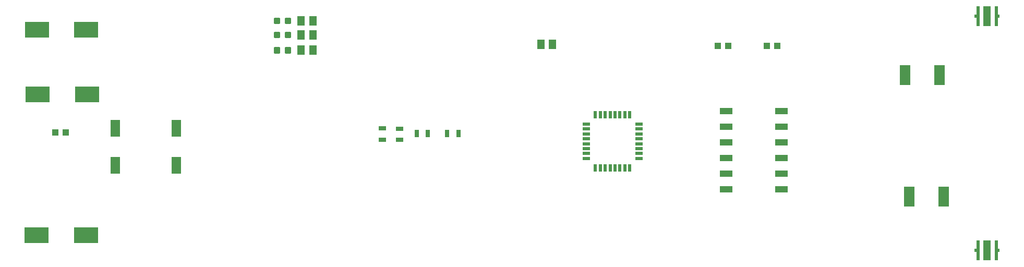
<source format=gtp>
G75*
%MOIN*%
%OFA0B0*%
%FSLAX25Y25*%
%IPPOS*%
%LPD*%
%AMOC8*
5,1,8,0,0,1.08239X$1,22.5*
%
%ADD10R,0.07900X0.04300*%
%ADD11R,0.05000X0.02200*%
%ADD12R,0.02200X0.05000*%
%ADD13R,0.15748X0.09843*%
%ADD14R,0.06181X0.11102*%
%ADD15R,0.03150X0.04724*%
%ADD16R,0.04724X0.03150*%
%ADD17R,0.07087X0.12598*%
%ADD18R,0.05118X0.05906*%
%ADD19C,0.01181*%
%ADD20R,0.01969X0.12992*%
%ADD21R,0.01575X0.01969*%
%ADD22R,0.05118X0.12992*%
%ADD23R,0.03937X0.04331*%
%ADD24R,0.04331X0.03937*%
D10*
X0567889Y0177634D03*
X0567889Y0187634D03*
X0567889Y0197634D03*
X0567889Y0207634D03*
X0567889Y0217634D03*
X0567889Y0227634D03*
X0603289Y0227634D03*
X0603289Y0217634D03*
X0603289Y0207634D03*
X0603289Y0197634D03*
X0603289Y0187634D03*
X0603289Y0177634D03*
D11*
X0512323Y0197484D03*
X0512323Y0200634D03*
X0512323Y0203783D03*
X0512323Y0206933D03*
X0512323Y0210083D03*
X0512323Y0213232D03*
X0512323Y0216382D03*
X0512323Y0219531D03*
X0478523Y0219531D03*
X0478523Y0216382D03*
X0478523Y0213232D03*
X0478523Y0210083D03*
X0478523Y0206933D03*
X0478523Y0203783D03*
X0478523Y0200634D03*
X0478523Y0197484D03*
D12*
X0484400Y0191608D03*
X0487549Y0191608D03*
X0490699Y0191608D03*
X0493848Y0191608D03*
X0496998Y0191608D03*
X0500148Y0191608D03*
X0503297Y0191608D03*
X0506447Y0191608D03*
X0506447Y0225408D03*
X0503297Y0225408D03*
X0500148Y0225408D03*
X0496998Y0225408D03*
X0493848Y0225408D03*
X0490699Y0225408D03*
X0487549Y0225408D03*
X0484400Y0225408D03*
D13*
X0127463Y0148539D03*
X0158959Y0148539D03*
X0159518Y0238547D03*
X0128022Y0238547D03*
X0127659Y0279642D03*
X0159156Y0279642D03*
D14*
X0177746Y0216831D03*
X0216801Y0216831D03*
X0216801Y0192972D03*
X0177746Y0192972D03*
D15*
X0370321Y0213461D03*
X0377407Y0213461D03*
X0389833Y0213461D03*
X0396919Y0213461D03*
D16*
X0359329Y0216413D03*
X0348423Y0216665D03*
X0348423Y0209579D03*
X0359329Y0209327D03*
D17*
X0682419Y0250902D03*
X0704467Y0250902D03*
X0706927Y0173146D03*
X0684880Y0173146D03*
D18*
X0457026Y0270587D03*
X0449545Y0270587D03*
X0303974Y0266650D03*
X0296494Y0266650D03*
X0296494Y0276492D03*
X0303974Y0276492D03*
X0303974Y0285350D03*
X0296494Y0285350D03*
D19*
X0289317Y0286728D02*
X0289317Y0283972D01*
X0286561Y0283972D01*
X0286561Y0286728D01*
X0289317Y0286728D01*
X0289317Y0285152D02*
X0286561Y0285152D01*
X0286561Y0286332D02*
X0289317Y0286332D01*
X0282411Y0286728D02*
X0282411Y0283972D01*
X0279655Y0283972D01*
X0279655Y0286728D01*
X0282411Y0286728D01*
X0282411Y0285152D02*
X0279655Y0285152D01*
X0279655Y0286332D02*
X0282411Y0286332D01*
X0282411Y0277870D02*
X0282411Y0275114D01*
X0279655Y0275114D01*
X0279655Y0277870D01*
X0282411Y0277870D01*
X0282411Y0276294D02*
X0279655Y0276294D01*
X0279655Y0277474D02*
X0282411Y0277474D01*
X0289317Y0277870D02*
X0289317Y0275114D01*
X0286561Y0275114D01*
X0286561Y0277870D01*
X0289317Y0277870D01*
X0289317Y0276294D02*
X0286561Y0276294D01*
X0286561Y0277474D02*
X0289317Y0277474D01*
X0289317Y0268028D02*
X0289317Y0265272D01*
X0286561Y0265272D01*
X0286561Y0268028D01*
X0289317Y0268028D01*
X0289317Y0266452D02*
X0286561Y0266452D01*
X0286561Y0267632D02*
X0289317Y0267632D01*
X0282411Y0268028D02*
X0282411Y0265272D01*
X0279655Y0265272D01*
X0279655Y0268028D01*
X0282411Y0268028D01*
X0282411Y0266452D02*
X0279655Y0266452D01*
X0279655Y0267632D02*
X0282411Y0267632D01*
D20*
X0728876Y0288303D03*
X0740687Y0288303D03*
X0740687Y0138697D03*
X0728876Y0138697D03*
D21*
X0727498Y0138697D03*
X0742065Y0138697D03*
X0742065Y0288303D03*
X0727498Y0288303D03*
D22*
X0734781Y0288303D03*
X0734781Y0138697D03*
D23*
X0600825Y0269602D03*
X0594132Y0269602D03*
X0569329Y0269602D03*
X0562636Y0269602D03*
D24*
X0146100Y0213992D03*
X0139407Y0213992D03*
M02*

</source>
